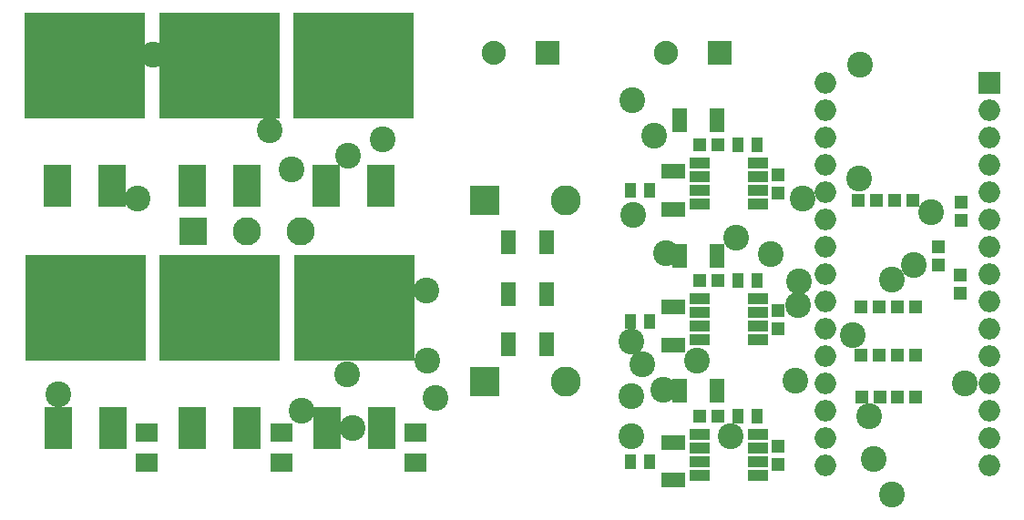
<source format=gbr>
G04 #@! TF.GenerationSoftware,KiCad,Pcbnew,5.0.0*
G04 #@! TF.CreationDate,2018-12-31T10:44:11-05:00*
G04 #@! TF.ProjectId,controller,636F6E74726F6C6C65722E6B69636164,rev?*
G04 #@! TF.SameCoordinates,Original*
G04 #@! TF.FileFunction,Soldermask,Top*
G04 #@! TF.FilePolarity,Negative*
%FSLAX46Y46*%
G04 Gerber Fmt 4.6, Leading zero omitted, Abs format (unit mm)*
G04 Created by KiCad (PCBNEW 5.0.0) date Mon Dec 31 10:44:11 2018*
%MOMM*%
%LPD*%
G01*
G04 APERTURE LIST*
%ADD10R,1.303020X1.201420*%
%ADD11C,2.235200*%
%ADD12R,2.235200X2.235200*%
%ADD13R,2.263140X1.473200*%
%ADD14R,1.473200X2.263140*%
%ADD15R,1.000760X1.402080*%
%ADD16R,1.201420X1.303020*%
%ADD17R,1.950000X1.000000*%
%ADD18R,2.000000X2.000000*%
%ADD19O,2.000000X2.000000*%
%ADD20R,2.616200X2.616200*%
%ADD21C,2.616200*%
%ADD22R,2.001520X1.800860*%
%ADD23R,2.522220X4.013200*%
%ADD24R,11.201400X9.852660*%
%ADD25C,2.800000*%
%ADD26R,2.800000X2.800000*%
%ADD27C,2.400000*%
G04 APERTURE END LIST*
D10*
G04 #@! TO.C,R1*
X111411640Y-59240000D03*
X113108360Y-59240000D03*
G04 #@! TD*
D11*
G04 #@! TO.C,J2*
X93261280Y-27240000D03*
D12*
X98260000Y-27240000D03*
G04 #@! TD*
D13*
G04 #@! TO.C,C5*
X93860000Y-38287400D03*
X93860000Y-41792600D03*
G04 #@! TD*
D14*
G04 #@! TO.C,C7*
X97962600Y-33490000D03*
X94457400Y-33490000D03*
G04 #@! TD*
D10*
G04 #@! TO.C,R5*
X113008360Y-50840000D03*
X111311640Y-50840000D03*
G04 #@! TD*
D14*
G04 #@! TO.C,C15*
X97962600Y-58690000D03*
X94457400Y-58690000D03*
G04 #@! TD*
D10*
G04 #@! TO.C,C14*
X98033360Y-61015000D03*
X96336640Y-61015000D03*
G04 #@! TD*
D15*
G04 #@! TO.C,R20*
X89935840Y-65240000D03*
X91734160Y-65240000D03*
G04 #@! TD*
D10*
G04 #@! TO.C,R2*
X114711640Y-59240000D03*
X116408360Y-59240000D03*
G04 #@! TD*
G04 #@! TO.C,R4*
X114711640Y-55340000D03*
X116408360Y-55340000D03*
G04 #@! TD*
D14*
G04 #@! TO.C,C11*
X97962600Y-46090000D03*
X94457400Y-46090000D03*
G04 #@! TD*
D16*
G04 #@! TO.C,R12*
X118560000Y-45291640D03*
X118560000Y-46988360D03*
G04 #@! TD*
D10*
G04 #@! TO.C,R3*
X113008360Y-55340000D03*
X111311640Y-55340000D03*
G04 #@! TD*
D16*
G04 #@! TO.C,R18*
X103660000Y-65488360D03*
X103660000Y-63791640D03*
G04 #@! TD*
D15*
G04 #@! TO.C,R14*
X101709160Y-48390000D03*
X99910840Y-48390000D03*
G04 #@! TD*
D17*
G04 #@! TO.C,U2*
X101735000Y-50110000D03*
X101735000Y-51380000D03*
X101735000Y-52650000D03*
X101735000Y-53920000D03*
X96335000Y-53920000D03*
X96335000Y-52650000D03*
X96335000Y-51380000D03*
X96335000Y-50110000D03*
G04 #@! TD*
G04 #@! TO.C,U3*
X101735000Y-62710000D03*
X101735000Y-63980000D03*
X101735000Y-65250000D03*
X101735000Y-66520000D03*
X96335000Y-66520000D03*
X96335000Y-65250000D03*
X96335000Y-63980000D03*
X96335000Y-62710000D03*
G04 #@! TD*
G04 #@! TO.C,U1*
X96335000Y-37510000D03*
X96335000Y-38780000D03*
X96335000Y-40050000D03*
X96335000Y-41320000D03*
X101735000Y-41320000D03*
X101735000Y-40050000D03*
X101735000Y-38780000D03*
X101735000Y-37510000D03*
G04 #@! TD*
D18*
G04 #@! TO.C,A1*
X123260000Y-30040000D03*
D19*
X108020000Y-63060000D03*
X123260000Y-32580000D03*
X108020000Y-60520000D03*
X123260000Y-35120000D03*
X108020000Y-57980000D03*
X123260000Y-37660000D03*
X108020000Y-55440000D03*
X123260000Y-40200000D03*
X108020000Y-52900000D03*
X123260000Y-42740000D03*
X108020000Y-50360000D03*
X123260000Y-45280000D03*
X108020000Y-47820000D03*
X123260000Y-47820000D03*
X108020000Y-45280000D03*
X123260000Y-50360000D03*
X108020000Y-42740000D03*
X123260000Y-52900000D03*
X108020000Y-40200000D03*
X123260000Y-55440000D03*
X108020000Y-37660000D03*
X123260000Y-57980000D03*
X108020000Y-35120000D03*
X123260000Y-60520000D03*
X108020000Y-32580000D03*
X123260000Y-63060000D03*
X108020000Y-30040000D03*
X123260000Y-65600000D03*
X108020000Y-65600000D03*
G04 #@! TD*
D13*
G04 #@! TO.C,C13*
X93860000Y-66992600D03*
X93860000Y-63487400D03*
G04 #@! TD*
G04 #@! TO.C,C9*
X93860000Y-50887400D03*
X93860000Y-54392600D03*
G04 #@! TD*
D15*
G04 #@! TO.C,R19*
X99910840Y-60990000D03*
X101709160Y-60990000D03*
G04 #@! TD*
G04 #@! TO.C,R10*
X91734160Y-40040000D03*
X89935840Y-40040000D03*
G04 #@! TD*
G04 #@! TO.C,R9*
X101709160Y-35790000D03*
X99910840Y-35790000D03*
G04 #@! TD*
G04 #@! TO.C,R15*
X91734160Y-52240000D03*
X89935840Y-52240000D03*
G04 #@! TD*
D10*
G04 #@! TO.C,C6*
X96336640Y-35815000D03*
X98033360Y-35815000D03*
G04 #@! TD*
G04 #@! TO.C,C10*
X98033360Y-48415000D03*
X96336640Y-48415000D03*
G04 #@! TD*
G04 #@! TO.C,R6*
X114711640Y-50840000D03*
X116408360Y-50840000D03*
G04 #@! TD*
D16*
G04 #@! TO.C,R7*
X120660000Y-42788360D03*
X120660000Y-41091640D03*
G04 #@! TD*
G04 #@! TO.C,R8*
X103660000Y-40288360D03*
X103660000Y-38591640D03*
G04 #@! TD*
G04 #@! TO.C,R13*
X103660000Y-51191640D03*
X103660000Y-52888360D03*
G04 #@! TD*
G04 #@! TO.C,R17*
X120560000Y-49588360D03*
X120560000Y-47891640D03*
G04 #@! TD*
D10*
G04 #@! TO.C,R22*
X111111640Y-40963900D03*
X112808360Y-40963900D03*
G04 #@! TD*
G04 #@! TO.C,R23*
X116171360Y-40963900D03*
X114474640Y-40963900D03*
G04 #@! TD*
D20*
G04 #@! TO.C,J1*
X49260000Y-43840000D03*
D21*
X54258720Y-43840000D03*
X59259980Y-43840000D03*
G04 #@! TD*
D22*
G04 #@! TO.C,R11*
X44960000Y-65339540D03*
X44960000Y-62540460D03*
G04 #@! TD*
G04 #@! TO.C,R21*
X69960000Y-62540460D03*
X69960000Y-65339540D03*
G04 #@! TD*
G04 #@! TO.C,R16*
X57460000Y-65339540D03*
X57460000Y-62540460D03*
G04 #@! TD*
D14*
G04 #@! TO.C,C8*
X82112600Y-54340000D03*
X78607400Y-54340000D03*
G04 #@! TD*
D23*
G04 #@! TO.C,Q1*
X36660000Y-39583420D03*
D24*
X39200000Y-28415040D03*
D23*
X41740000Y-39583420D03*
G04 #@! TD*
D14*
G04 #@! TO.C,C16*
X82112600Y-44840000D03*
X78607400Y-44840000D03*
G04 #@! TD*
G04 #@! TO.C,C12*
X82112600Y-49640000D03*
X78607400Y-49640000D03*
G04 #@! TD*
D12*
G04 #@! TO.C,J3*
X82259000Y-27240000D03*
D11*
X77260280Y-27240000D03*
G04 #@! TD*
D23*
G04 #@! TO.C,Q6*
X61720000Y-62083420D03*
D24*
X64260000Y-50915040D03*
D23*
X66800000Y-62083420D03*
G04 #@! TD*
G04 #@! TO.C,Q5*
X66740000Y-39583420D03*
D24*
X64200000Y-28415040D03*
D23*
X61660000Y-39583420D03*
G04 #@! TD*
G04 #@! TO.C,Q4*
X49220000Y-62083420D03*
D24*
X51760000Y-50915040D03*
D23*
X54300000Y-62083420D03*
G04 #@! TD*
G04 #@! TO.C,Q2*
X41800000Y-62083420D03*
D24*
X39260000Y-50915040D03*
D23*
X36720000Y-62083420D03*
G04 #@! TD*
G04 #@! TO.C,Q3*
X49160000Y-39583420D03*
D24*
X51700000Y-28415040D03*
D23*
X54240000Y-39583420D03*
G04 #@! TD*
D25*
G04 #@! TO.C,C1*
X83900000Y-57830000D03*
D26*
X76400000Y-57830000D03*
G04 #@! TD*
G04 #@! TO.C,C2*
X76390000Y-40990000D03*
D25*
X83890000Y-40990000D03*
G04 #@! TD*
D27*
X56398800Y-34473800D03*
X90075700Y-31640000D03*
X36720000Y-58977300D03*
X111260000Y-28340000D03*
X116248500Y-46988400D03*
X117852300Y-42034300D03*
X92960000Y-58540000D03*
X92160000Y-34940000D03*
X93260000Y-45840000D03*
X90023800Y-59179900D03*
X70990000Y-49349000D03*
X114210400Y-48331100D03*
X114210400Y-68324500D03*
X105215900Y-57713200D03*
X112535800Y-65033100D03*
X96079100Y-55857300D03*
X110585500Y-53510800D03*
X91060000Y-56240000D03*
X58460000Y-38040000D03*
X44152300Y-40761600D03*
X90190500Y-42325400D03*
X112076500Y-61006900D03*
X105926300Y-40806000D03*
X121020000Y-57980000D03*
X111160000Y-38940000D03*
X45560000Y-27440000D03*
X99234300Y-62873800D03*
X64089800Y-62083400D03*
X89981500Y-62856800D03*
X63690300Y-36796200D03*
X99711500Y-44462300D03*
X71018100Y-55866100D03*
X66916300Y-35287600D03*
X90001900Y-54081400D03*
X105470400Y-50699000D03*
X63587600Y-57133400D03*
X105618900Y-48498600D03*
X59333400Y-60530800D03*
X71830600Y-59344700D03*
X102987700Y-45945400D03*
M02*

</source>
